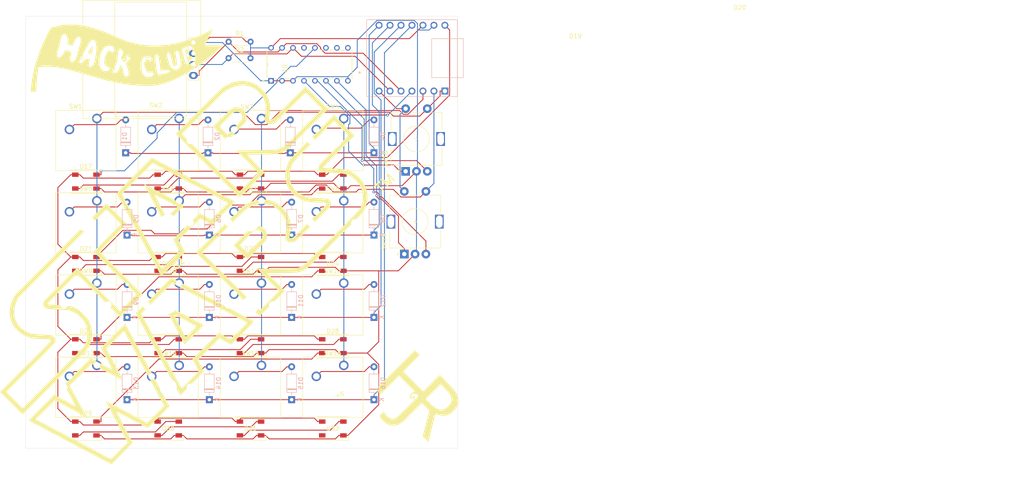
<source format=kicad_pcb>
(kicad_pcb (version 20240108) (generator "pcbnew") (generator_version "8.0")
  (layers (0 "F.Cu" signal) (31 "B.Cu" signal) (34 "B.Paste" user) (35 "F.Paste" user) (36 "B.SilkS" user "B.Silkscreen") (37 "F.SilkS" user "F.Silkscreen") (38 "B.Mask" user) (39 "F.Mask" user) (44 "Edge.Cuts" user))
  (net 0 "")
  (net 1 "Net-(Brd1-SDA)")
  (net 2 "Net-(Brd1-SCL)")
  (net 3 "GND")
  (net 4 "+3V3")
  (net 5 "Row 0")
  (net 6 "Net-(D1-A)")
  (net 7 "Net-(D2-A)")
  (net 8 "Net-(D3-A)")
  (net 9 "Row 1")
  (net 10 "Net-(D4-A)")
  (net 11 "Net-(D5-A)")
  (net 12 "Net-(D6-A)")
  (net 13 "Row 2")
  (net 14 "Net-(D7-A)")
  (net 15 "Net-(D8-A)")
  (net 16 "Net-(D9-A)")
  (net 17 "Net-(D10-A)")
  (net 18 "Net-(D11-A)")
  (net 19 "Net-(D12-A)")
  (net 20 "Row 3")
  (net 21 "Net-(D13-A)")
  (net 22 "Net-(D14-A)")
  (net 23 "Net-(D15-A)")
  (net 24 "Net-(D16-A)")
  (net 25 "Net-(D17-DOUT)")
  (net 26 "sk6812")
  (net 27 "+5V")
  (net 28 "Net-(D18-DOUT)")
  (net 29 "Net-(D19-DOUT)")
  (net 30 "Net-(D20-DOUT)")
  (net 31 "Net-(D21-DOUT)")
  (net 32 "Net-(D22-DOUT)")
  (net 33 "Net-(D23-DOUT)")
  (net 34 "Net-(D24-DOUT)")
  (net 35 "Net-(D25-DOUT)")
  (net 36 "Net-(D26-DOUT)")
  (net 37 "Net-(D27-DOUT)")
  (net 38 "Net-(D28-DOUT)")
  (net 39 "Net-(D29-DOUT)")
  (net 40 "Net-(D30-DOUT)")
  (net 41 "Net-(D31-DOUT)")
  (net 43 "Column 0")
  (net 44 "Column 1")
  (net 45 "Column 2")
  (net 46 "Column 3")
  (net 47 "encoder1a")
  (net 48 "encoder1b")
  (net 49 "Row 4")
  (net 50 "encoder2b")
  (net 51 "encoder2a")
  (footprint "LED_SMD:LED_SK6812_PLCC4_5.0x5.0mm_P3.2mm" (layer "F.Cu") (at 229.235 95.25)
    (property "Reference" "D24")
    (property "Value" "SK6812")
  )
  (footprint "Button_Switch_Keyboard:SW_Cherry_MX_1.00u_PCB" (layer "F.Cu") (at 231.775 99.695)
    (property "Reference" "SW12")
    (property "Value" "SW_Push_45deg")
  )
  (footprint "Resistor_THT:R_Axial_DIN0204_L3.6mm_D1.6mm_P5.08mm_Horizontal" (layer "F.Cu") (at 205.12 43.82)
    (property "Reference" "R1")
    (property "Value" "4.7k")
  )
  (footprint "Button_Switch_Keyboard:SW_Cherry_MX_1.00u_PCB" (layer "F.Cu") (at 193.675 118.745)
    (property "Reference" "SW14")
    (property "Value" "SW_Push_45deg")
  )
  (footprint "LOGO" (layer "F.Cu") (at 193.51625 95.25 45)
    (property "Reference" "G2")
    (property "Value" "LOGO" (hide yes))
  )
  (footprint "LED_SMD:LED_SK6812_PLCC4_5.0x5.0mm_P3.2mm" (layer "F.Cu") (at 172.085 133.35)
    (property "Reference" "D29")
    (property "Value" "SK6812")
  )
  (footprint "LED_SMD:LED_SK6812_PLCC4_5.0x5.0mm_P3.2mm" (layer "F.Cu") (at 210.185 76.2)
    (property "Reference" "D19")
    (property "Value" "SK6812")
  )
  (footprint "LED_SMD:LED_SK6812_PLCC4_5.0x5.0mm_P3.2mm" (layer "F.Cu") (at 229.235 114.3)
    (property "Reference" "D28")
    (property "Value" "SK6812")
  )
  (footprint "LED_SMD:LED_SK6812_PLCC4_5.0x5.0mm_P3.2mm" (layer "F.Cu") (at 191.135 76.2)
    (property "Reference" "D18" (hide yes))
    (property "Value" "SK6812")
  )
  (footprint "Button_Switch_Keyboard:SW_Cherry_MX_1.00u_PCB" (layer "F.Cu") (at 212.725 80.645)
    (property "Reference" "SW7")
    (property "Value" "SW_Push_45deg")
  )
  (footprint "Button_Switch_Keyboard:SW_Cherry_MX_1.00u_PCB" (layer "F.Cu") (at 174.625 61.595)
    (property "Reference" "SW1")
    (property "Value" "SW_Push_45deg")
  )
  (footprint "Rotary_Encoder:RotaryEncoder_Alps_EC11E-Switch_Vertical_H20mm" (layer "F.Cu") (at 246.1025 73.8187 90)
    (property "Reference" "SW18")
    (property "Value" "RotaryEncoder_Switch")
  )
  (footprint "Button_Switch_Keyboard:SW_Cherry_MX_1.00u_PCB" (layer "F.Cu") (at 193.675 61.595)
    (property "Reference" "SW2")
    (property "Value" "SW_Push_45deg")
  )
  (footprint "Button_Switch_Keyboard:SW_Cherry_MX_1.00u_PCB" (layer "F.Cu") (at 212.725 61.595)
    (property "Reference" "SW3")
    (property "Value" "SW_Push_45deg")
  )
  (footprint "LED_SMD:LED_SK6812_PLCC4_5.0x5.0mm_P3.2mm" (layer "F.Cu") (at 191.135 114.3)
    (property "Reference" "D26")
    (property "Value" "SK6812")
  )
  (footprint "LED_SMD:LED_SK6812_PLCC4_5.0x5.0mm_P3.2mm" (layer "F.Cu") (at 210.185 114.3)
    (property "Reference" "D27" (hide yes))
    (property "Value" "SK6812")
  )
  (footprint "Button_Switch_Keyboard:SW_Cherry_MX_1.00u_PCB" (layer "F.Cu") (at 231.775 118.745)
    (property "Reference" "SW16")
    (property "Value" "SW_Push_45deg")
  )
  (footprint "LED_SMD:LED_SK6812_PLCC4_5.0x5.0mm_P3.2mm" (layer "F.Cu") (at 229.235 133.35)
    (property "Reference" "D32")
    (property "Value" "SK6812")
  )
  (footprint "LOGO" (layer "F.Cu") (at 181.61 47.625)
    (property "Reference" "G1")
    (property "Value" "LOGO" (hide yes))
  )
  (footprint "Button_Switch_Keyboard:SW_Cherry_MX_1.00u_PCB" (layer "F.Cu") (at 174.625 118.745)
    (property "Reference" "SW13")
    (property "Value" "SW_Push_45deg")
  )
  (footprint "Button_Switch_Keyboard:SW_Cherry_MX_1.00u_PCB" (layer "F.Cu") (at 174.625 80.645)
    (property "Reference" "SW5")
    (property "Value" "SW_Push_45deg")
  )
  (footprint "LED_SMD:LED_SK6812_PLCC4_5.0x5.0mm_P3.2mm" (layer "F.Cu") (at 210.185 133.35)
    (property "Reference" "D31")
    (property "Value" "SK6812")
  )
  (footprint "LOGO" (layer "F.Cu") (at 248.285 126.20625 -45)
    (property "Reference" "G3")
    (property "Value" "LOGO" (hide yes))
  )
  (footprint "Button_Switch_Keyboard:SW_Cherry_MX_1.00u_PCB" (layer "F.Cu") (at 193.675 99.695)
    (property "Reference" "SW10")
    (property "Value" "SW_Push_45deg")
  )
  (footprint "Button_Switch_Keyboard:SW_Cherry_MX_1.00u_PCB" (layer "F.Cu") (at 212.725 99.695)
    (property "Reference" "SW11")
    (property "Value" "SW_Push_45deg")
  )
  (footprint "Button_Switch_Keyboard:SW_Cherry_MX_1.00u_PCB" (layer "F.Cu") (at 174.625 99.695)
    (property "Reference" "SW9")
    (property "Value" "SW_Push_45deg")
  )
  (footprint "LED_SMD:LED_SK6812_PLCC4_5.0x5.0mm_P3.2mm" (layer "F.Cu") (at 191.135 95.25)
    (property "Reference" "D22")
    (property "Value" "SK6812")
  )
  (footprint "Rotary_Encoder:RotaryEncoder_Alps_EC11E-Switch_Vertical_H20mm" (layer "F.Cu") (at 245.785 92.975 90)
    (property "Reference" "SW19")
    (property "Value" "RotaryEncoder_Switch")
  )
  (footprint "Resistor_THT:R_Axial_DIN0204_L3.6mm_D1.6mm_P5.08mm_Horizontal" (layer "F.Cu") (at 205.105 47.625)
    (property "Reference" "R2")
    (property "Value" "4.7k")
  )
  (footprint "Button_Switch_Keyboard:SW_Cherry_MX_1.00u_PCB" (layer "F.Cu") (at 193.675 80.645)
    (property "Reference" "SW6")
    (property "Value" "SW_Push_45deg")
  )
  (footprint "LED_SMD:LED_SK6812_PLCC4_5.0x5.0mm_P3.2mm" (layer "F.Cu") (at 210.185 95.25)
    (property "Reference" "D23")
    (property "Value" "SK6812")
  )
  (footprint "LED_SMD:LED_SK6812_PLCC4_5.0x5.0mm_P3.2mm" (layer "F.Cu") (at 172.085 114.3)
    (property "Reference" "D25")
    (property "Value" "SK6812")
  )
  (footprint "LED_SMD:LED_SK6812_PLCC4_5.0x5.0mm_P3.2mm" (layer "F.Cu") (at 172.085 95.25)
    (property "Reference" "D21")
    (property "Value" "SK6812")
  )
  (footprint "Button_Switch_Keyboard:SW_Cherry_MX_1.00u_PCB" (layer "F.Cu") (at 212.725 118.745)
    (property "Reference" "SW15")
    (property "Value" "SW_Push_45deg")
  )
  (footprint "Button_Switch_Keyboard:SW_Cherry_MX_1.00u_PCB" (layer "F.Cu") (at 231.775 61.595)
    (property "Reference" "SW4")
    (property "Value" "SW_Push_45deg")
  )
  (footprint "LED_SMD:LED_SK6812_PLCC4_5.0x5.0mm_P3.2mm" (layer "F.Cu") (at 191.135 133.35)
    (property "Reference" "D30")
    (property "Value" "SK6812")
  )
  (footprint "LED_SMD:LED_SK6812_PLCC4_5.0x5.0mm_P3.2mm" (layer "F.Cu") (at 229.235 76.2)
    (property "Reference" "D20")
    (property "Value" "SK6812")
  )
  (footprint "footprints:N16" (layer "F.Cu") (at 232.7275 45.2437 90)
    (property "Reference" "U2")
    (property "Value" "PCF8574")
  )
  (footprint "Button_Switch_Keyboard:SW_Cherry_MX_1.00u_PCB" (layer "F.Cu") (at 231.775 80.645)
    (property "Reference" "SW8")
    (property "Value" "SW_Push_45deg")
  )
  (footprint "LED_SMD:LED_SK6812_PLCC4_5.0x5.0mm_P3.2mm" (layer "F.Cu") (at 172.085 76.2)
    (property "Reference" "D17")
    (property "Value" "SK6812")
  )
  (footprint "SSD1306:128x64OLED" (layer "F.Cu") (at 186.3725 47.625 -90)
    (property "Reference" "Brd1")
    (property "Value" "SSD1306")
  )
  (footprint "Diode_THT:D_DO-35_SOD27_P7.62mm_Horizontal" (layer "B.Cu") (at 200.3425 69.5325 90)
    (property "Reference" "D2")
    (property "Value" "D" (hide yes))
  )
  (footprint "Diode_THT:D_DO-35_SOD27_P7.62mm_Horizontal" (layer "B.Cu") (at 238.76 126.6825 90)
    (property "Reference" "D16")
    (property "Value" "D")
  )
  (footprint "Diode_THT:D_DO-35_SOD27_P7.62mm_Horizontal" (layer "B.Cu") (at 200.66 126.6825 90)
    (property "Reference" "D14")
    (property "Value" "D")
  )
  (footprint "Diode_THT:D_DO-35_SOD27_P7.62mm_Horizontal" (layer "B.Cu") (at 200.66 88.5825 90)
    (property "Reference" "D6")
    (property "Value" "D")
  )
  (footprint "Diode_THT:D_DO-35_SOD27_P7.62mm_Horizontal" (layer "B.Cu") (at 238.76 88.5825 90)
    (property "Reference" "D8")
    (property "Value" "D")
  )
  (footprint "Diode_THT:D_DO-35_SOD27_P7.62mm_Horizontal" (layer "B.Cu") (at 181.61 107.6325 90)
    (property "Reference" "D9")
    (property "Value" "D")
  )
  (footprint "Diode_THT:D_DO-35_SOD27_P7.62mm_Horizontal" (layer "B.Cu") (at 200.66 107.6325 90)
    (property "Reference" "D10")
    (property "Value" "D")
  )
  (footprint "Diode_THT:D_DO-35_SOD27_P7.62mm_Horizontal" (layer "B.Cu") (at 181.61 88.5825 90)
    (property "Reference" "D5")
    (property "Value" "D")
  )
  (footprint "Diode_THT:D_DO-35_SOD27_P7.62mm_Horizontal" (layer "B.Cu") (at 238.76 107.6325 90)
    (property "Reference" "D12")
    (property "Value" "D")
  )
  (footprint "Diode_THT:D_DO-35_SOD27_P7.62mm_Horizontal" (layer "B.Cu") (at 219.71 126.6825 90)
    (property "Reference" "D15")
    (property "Value" "D")
  )
  (footprint "Diode_THT:D_DO-35_SOD27_P7.62mm_Horizontal" (layer "B.Cu") (at 219.71 88.5825 90)
    (property "Reference" "D7")
    (property "Value" "D")
  )
  (footprint "Diode_THT:D_DO-35_SOD27_P7.62mm_Horizontal" (layer "B.Cu") (at 181.61 126.6825 90)
    (property "Reference" "D13")
    (property "Value" "D")
  )
  (footprint "Diode_THT:D_DO-35_SOD27_P7.62mm_Horizontal" (layer "B.Cu") (at 181.2925 69.5325 90)
    (property "Reference" "D1")
    (property "Value" "D" (hide yes))
  )
  (footprint "Diode_THT:D_DO-35_SOD27_P7.62mm_Horizontal" (layer "B.Cu") (at 238.76 69.5325 90)
    (property "Reference" "D4")
    (property "Value" "D")
  )
  (footprint "XIAO_PCB:MOUDLE14P-2.54-21X17.8MM" (layer "B.Cu") (at 247.56 47.625)
    (property "Reference" "U1" (hide yes))
    (property "Value" "MOUDLE-SEEEDUINO-XIAO")
  )
  (footprint "Diode_THT:D_DO-35_SOD27_P7.62mm_Horizontal" (layer "B.Cu") (at 219.3925 69.5325 90)
    (property "Reference" "D3" (hide yes))
    (property "Value" "D" (hide yes))
  )
  (footprint "Diode_THT:D_DO-35_SOD27_P7.62mm_Horizontal" (layer "B.Cu") (at 219.71 107.6325 90)
    (property "Reference" "D11")
    (property "Value" "D")
  )
  (gr_rect (start 158.19375 37.90625) (end 258.19375 137.90625) (stroke (width 0.05)) (fill none) (layer "Edge.Cuts"))
  (segment (start 236.2617 46.4867) (end 227.4656 46.4867) (width 0.2) (layer "F.Cu") (net 1))
  (segment (start 217.4875 45.2437) (end 216.5309 46.2003) (width 0.2) (layer "F.Cu") (net 1))
  (segment (start 207.5003 46.2003) (end 205.12 43.82) (width 0.2) (layer "F.Cu") (net 1))
  (segment (start 216.5309 46.2003) (end 207.5003 46.2003) (width 0.2) (layer "F.Cu") (net 1))
  (segment (start 205.12 43.82) (end 198.2742 50.6658) (width 0.2) (layer "F.Cu") (net 1))
  (segment (start 226.3776 45.1229) (end 225.5249 44.2702) (width 0.2) (layer "F.Cu") (net 1))
  (segment (start 226.3776 45.3987) (end 226.3776 45.1229) (width 0.2) (layer "F.Cu") (net 1))
  (segment (start 225.5249 44.2702) (end 218.461 44.2702) (width 0.2) (layer "F.Cu") (net 1))
  (segment (start 245.02 55.245) (end 236.2617 46.4867) (width 0.2) (layer "F.Cu") (net 1))
  (segment (start 196.9725 51.625) (end 198.2742 51.625) (width 0.2) (layer "F.Cu") (net 1))
  (segment (start 218.461 44.2702) (end 217.4875 45.2437) (width 0.2) (layer "F.Cu") (net 1))
  (segment (start 198.2742 50.6658) (end 198.2742 51.625) (width 0.2) (layer "F.Cu") (net 1))
  (segment (start 227.4656 46.4867) (end 226.3776 45.3987) (width 0.2) (layer "F.Cu") (net 1))
  (segment (start 221.9823 47.1985) (end 234.4335 47.1985) (width 0.2) (layer "F.Cu") (net 2))
  (segment (start 220.0275 45.2437) (end 218.6479 46.6233) (width 0.2) (layer "F.Cu") (net 2))
  (segment (start 234.4335 47.1985) (end 242.48 55.245) (width 0.2) (layer "F.Cu") (net 2))
  (segment (start 218.6479 46.6233) (end 206.1067 46.6233) (width 0.2) (layer "F.Cu") (net 2))
  (segment (start 206.1067 46.6233) (end 205.105 47.625) (width 0.2) (layer "F.Cu") (net 2))
  (segment (start 220.0275 45.2437) (end 221.9823 47.1985) (width 0.2) (layer "F.Cu") (net 2))
  (segment (start 205.105 47.625) (end 203.645 49.085) (width 0.2) (layer "B.Cu") (net 2))
  (segment (start 203.645 49.085) (end 196.9725 49.085) (width 0.2) (layer "B.Cu") (net 2))
  (segment (start 239.8622 96.85) (end 239.8622 113.2777) (width 0.2) (layer "F.Cu") (net 3))
  (segment (start 176.3884 116.7017) (end 191.7316 116.7017) (width 0.2) (layer "F.Cu") (net 3))
  (segment (start 212.635 134.95) (end 213.6867 134.95) (width 0.2) (layer "F.Cu") (net 3))
  (segment (start 212.635 115.9) (end 213.6867 115.9) (width 0.2) (layer "F.Cu") (net 3))
  (segment (start 209.9796 77.8) (end 212.635 77.8) (width 0.2) (layer "F.Cu") (net 3))
  (segment (start 210.7816 97.6517) (end 195.4384 97.6517) (width 0.2) (layer "F.Cu") (net 3))
  (segment (start 175.0609 134.95) (end 174.535 134.95) (width 0.2) (layer "F.Cu") (net 3))
  (segment (start 192.5333 96.85) (end 191.7316 97.6517) (width 0.2) (layer "F.Cu") (net 3))
  (segment (start 232.7367 77.8) (end 233.3902 77.1465) (width 0.2) (layer "F.Cu") (net 3))
  (segment (start 231.685 134.95) (end 232.7367 134.95) (width 0.2) (layer "F.Cu") (net 3))
  (segment (start 210.7816 135.7517) (end 195.4384 135.7517) (width 0.2) (layer "F.Cu") (net 3))
  (segment (start 212.1092 134.95) (end 211.5833 134.95) (width 0.2) (layer "F.Cu") (net 3))
  (segment (start 220.0275 52.8637) (end 217.4875 52.8637) (width 0.2) (layer "F.Cu") (net 3))
  (segment (start 193.585 77.8) (end 194.6367 77.8) (width 0.2) (layer "F.Cu") (net 3))
  (segment (start 191.7316 135.7517) (end 176.3884 135.7517) (width 0.2) (layer "F.Cu") (net 3))
  (segment (start 193.585 96.85) (end 194.6367 96.85) (width 0.2) (layer "F.Cu") (net 3))
  (segment (start 211.5833 96.85) (end 210.7816 97.6517) (width 0.2) (layer "F.Cu") (net 3))
  (segment (start 229.4299 76.5966) (end 214.8901 76.5966) (width 0.2) (layer "F.Cu") (net 3))
  (segment (start 195.4384 116.7017) (end 194.6367 115.9) (width 0.2) (layer "F.Cu") (net 3))
  (segment (start 192.5333 134.95) (end 191.7316 135.7517) (width 0.2) (layer "F.Cu") (net 3))
  (segment (start 213.6867 134.95) (end 214.4884 135.7517) (width 0.2) (layer "F.Cu") (net 3))
  (segment (start 175.5867 115.9) (end 176.3884 116.7017) (width 0.2) (layer "F.Cu") (net 3))
  (segment (start 214.8901 76.5966) (end 213.6867 77.8) (width 0.2) (layer "F.Cu") (net 3))
  (segment (start 239.8617 118.5218) (end 237.2399 115.9) (width 0.2) (layer "F.Cu") (net 3))
  (segment (start 212.635 96.85) (end 213.6867 96.85) (width 0.2) (layer "F.Cu") (net 3))
  (segment (start 191.7316 116.7017) (end 192.5333 115.9) (width 0.2) (layer "F.Cu") (net 3))
  (segment (start 230.6333 96.85) (end 229.8316 96.0483) (width 0.2) (layer "F.Cu") (net 3))
  (segment (start 248.285 92.975) (end 244.41 96.85) (width 0.2) (layer "F.Cu") (net 3))
  (segment (start 244.41 96.85) (end 239.8622 96.85) (width 0.2) (layer "F.Cu") (net 3))
  (segment (start 212.635 77.8) (end 213.6867 77.8) (width 0.2) (layer "F.Cu") (net 3))
  (segment (start 175.5867 77.8) (end 176.3884 78.6017) (width 0.2) (layer "F.Cu") (net 3))
  (segment (start 193.0592 77.8) (end 192.5333 77.8) (width 0.2) (layer "F.Cu") (net 3))
  (segment (start 231.1592 77.8) (end 230.6333 77.8) (width 0.2) (layer "F.Cu") (net 3))
  (segment (start 176.3884 135.7517) (end 175.5867 134.95) (width 0.2) (layer "F.Cu") (net 3))
  (segment (start 174.535 77.8) (end 175.5867 77.8) (width 0.2) (layer "F.Cu") (net 3))
  (segment (start 193.0592 77.8) (end 193.585 77.8) (width 0.2) (layer "F.Cu") (net 3))
  (segment (start 230.6333 77.8) (end 229.4299 76.5966) (width 0.2) (layer "F.Cu") (net 3))
  (segment (start 231.685 115.9) (end 230.6333 115.9) (width 0.2) (layer "F.Cu") (net 3))
  (segment (start 176.3884 97.6517) (end 175.5867 96.85) (width 0.2) (layer "F.Cu") (net 3))
  (segment (start 211.5833 134.95) (end 210.7816 135.7517) (width 0.2) (layer "F.Cu") (net 3))
  (segment (start 195.4384 78.6017) (end 209.1779 78.6017) (width 0.2) (layer "F.Cu") (net 3))
  (segment (start 195.4384 135.7517) (end 194.6367 134.95) (width 0.2) (layer "F.Cu") (net 3))
  (segment (start 211.5833 115.9) (end 210.7816 116.7017) (width 0.2) (layer "F.Cu") (net 3))
  (segment (start 230.6333 115.9) (end 229.8316 115.0983) (width 0.2) (layer "F.Cu") (net 3))
  (segment (start 245.2747 77.1465) (end 248.6025 73.8187) (width 0.2) (layer "F.Cu") (net 3))
  (segment (start 214.4884 96.0483) (end 213.6867 96.85) (width 0.2) (layer "F.Cu") (net 3))
  (segment (start 195.4384 97.6517) (end 194.6367 96.85) (width 0.2) (layer "F.Cu") (net 3))
  (segment (start 194.6367 77.8) (end 195.4384 78.6017) (width 0.2) (layer "F.Cu") (net 3))
  (segment (start 217.4875 52.8637) (end 214.9475 52.8637) (width 0.2) (layer "F.Cu") (net 3))
  (segment (start 233.3902 77.1465) (end 245.2747 77.1465) (width 0.2) (layer "F.Cu") (net 3))
  (segment (start 191.7316 97.6517) (end 176.3884 97.6517) (width 0.2) (layer "F.Cu") (net 3))
  (segment (start 229.8316 135.7517) (end 230.6333 134.95) (width 0.2) (layer "F.Cu") (net 3))
  (segment (start 193.585 96.85) (end 192.5333 96.85) (width 0.2) (layer "F.Cu") (net 3))
  (segment (start 193.585 134.95) (end 194.6367 134.95) (width 0.2) (layer "F.Cu") (net 3))
  (segment (start 239.8622 96.85) (end 231.685 96.85) (width 0.2) (layer "F.Cu") (net 3))
  (segment (start 239.8622 113.2777) (end 237.2399 115.9) (width 0.2) (layer "F.Cu") (net 3))
  (segment (start 231.685 134.95) (end 230.6333 134.95) (width 0.2) (layer "F.Cu") (net 3))
  (segment (start 229.8316 115.0983) (end 214.4884 115.0983) (width 0.2) (layer "F.Cu") (net 3))
  (segment (start 212.635 96.85) (end 211.5833 96.85) (width 0.2) (layer "F.Cu") (net 3))
  (segment (start 214.4884 115.0983) (end 213.6867 115.9) (width 0.2) (layer "F.Cu") (net 3))
  (segment (start 191.7316 78.6017) (end 192.5333 77.8) (width 0.2) (layer "F.Cu") (net 3))
  (segment (start 193.585 134.95) (end 192.5333 134.95) (width 0.2) (layer "F.Cu") (net 3))
  (segment (start 231.685 115.9) (end 232.7367 115.9) (width 0.2) (layer "F.Cu") (net 3))
  (segment (start 175.0609 134.95) (end 175.5867 134.95) (width 0.2) (layer "F.Cu") (net 3))
  (segment (start 212.1092 134.95) (end 212.635 134.95) (width 0.2) (layer "F.Cu") (net 3))
  (segment (start 193.585 115.9) (end 192.5333 115.9) (width 0.2) (layer "F.Cu") (net 3))
  (segment (start 231.1592 77.8) (end 231.685 77.8) (width 0.2) (layer "F.Cu") (net 3))
  (segment (start 214.4884 135.7517) (end 229.8316 135.7517) (width 0.2) (layer "F.Cu") (net 3))
  (segment (start 237.2399 115.9) (end 232.7367 115.9) (width 0.2) (layer "F.Cu") (net 3))
  (segment (start 231.685 77.8) (end 232.7367 77.8) (width 0.2) (layer "F.Cu") (net 3))
  (segment (start 174.535 96.85) (end 175.5867 96.85) (width 0.2) (layer "F.Cu") (net 3))
  (segment (start 176.3884 78.6017) (end 191.7316 78.6017) (width 0.2) (layer "F.Cu") (net 3))
  (segment (start 229.8316 96.0483) (end 214.4884 96.0483) (width 0.2) (layer "F.Cu") (net 3))
  (segment (start 239.8617 127.825) (end 239.8617 118.5218) (width 0.2) (layer "F.Cu") (net 3))
  (segment (start 209.1779 78.6017) (end 209.9796 77.8) (width 0.2) (layer "F.Cu") (net 3))
  (segment (start 210.7816 116.7017) (end 195.4384 116.7017) (width 0.2) (layer "F.Cu") (net 3))
  (segment (start 193.585 115.9) (end 194.6367 115.9) (width 0.2) (layer "F.Cu") (net 3))
  (segment (start 174.535 115.9) (end 175.5867 115.9) (width 0.2) (layer "F.Cu") (net 3))
  (segment (start 232.7367 134.95) (end 239.8617 127.825) (width 0.2) (layer "F.Cu") (net 3))
  (segment (start 212.635 115.9) (end 211.5833 115.9) (width 0.2) (layer "F.Cu") (net 3))
  (segment (start 231.685 96.85) (end 230.6333 96.85) (width 0.2) (layer "F.Cu") (net 3))
  (segment (start 252.64 40.005) (end 251.5212 41.1238) (width 0.2) (layer "B.Cu") (net 3))
  (segment (start 248.83 39.6374) (end 248.0685 38.8759) (width 0.2) (layer "B.Cu") (net 3))
  (segment (start 220.9814 51.9098) (end 232.7275 51.9098) (width 0.2) (layer "B.Cu") (net 3))
  (segment (start 248.83 41.1238) (end 248.83 73.5912) (width 0.2) (layer "B.Cu") (net 3))
  (segment (start 232.7275 51.9098) (end 232.7275 52.8637) (width 0.2) (layer "B.Cu") (net 3))
  (segment (start 234.8982 49.7391) (end 232.7275 51.9098) (width 0.2) (layer "B.Cu") (net 3))
  (segment (start 196.9725 44.005) (end 203.6944 44.005) (width 0.2) (layer "B.Cu") (net 3))
  (segment (start 248.83 73.5912) (end 248.6025 73.8187) (width 0.2) (layer "B.Cu") (net 3))
  (segment (start 248.0685 38.8759) (end 239.5023 38.8759) (width 0.2) (layer "B.Cu") (net 3))
  (segment (start 248.83 41.1238) (end 248.83 39.6374) (width 0.2) (layer "B.Cu") (net 3))
  (segment (start 251.5212 41.1238) (end 248.83 41.1238) (width 0.2) (layer "B.Cu") (net 3))
  (segment (start 203.6944 44.005) (end 212.5531 52.8637) (width 0.2) (layer "B.Cu") (net 3))
  (segment (start 220.0275 52.8637) (end 220.9814 51.9098) (width 0.2) (layer "B.Cu") (net 3))
  (segment (start 248.6025 73.8187) (end 248.6025 92.6575) (width 0.2) (layer "B.Cu") (net 3))
  (segment (start 248.6025 92.6575) (end 248.285 92.975) (width 0.2) (layer "B.Cu") (net 3))
  (segment (start 234.8982 43.48) (end 234.8982 49.7391) (width 0.2) (layer "B.Cu") (net 3))
  (segment (start 239.5023 38.8759) (end 234.8982 43.48) (width 0.2) (layer "B.Cu") (net 3))
  (segment (start 212.5531 52.8637) (end 214.9475 52.8637) (width 0.2) (layer "B.Cu") (net 3))
  (segment (start 208.1963 42.818) (end 200.6995 42.818) (width 0.2) (layer "F.Cu") (net 4))
  (segment (start 217.0867 43.1045) (end 214.9475 45.2437) (width 0.2) (layer "F.Cu") (net 4))
  (segment (start 250.1 40.005) (end 247.0005 43.1045) (width 0.2) (layer "F.Cu") (net 4))
  (segment (start 209.1983 43.82) (end 208.1963 42.818) (width 0.2) (layer "F.Cu") (net 4))
  (segment (start 200.6995 42.818) (end 198.0742 45.4433) (width 0.2) (layer "F.Cu") (net 4))
  (segment (start 247.0005 43.1045) (end 217.0867 43.1045) (width 0.2) (layer "F.Cu") (net 4))
  (segment (start 210.2 43.82) (end 209.1983 43.82) (width 0.2) (layer "F.Cu") (net 4))
  (segment (start 196.9725 46.545) (end 196.9725 45.4433) (width 0.2) (layer "F.Cu") (net 4))
  (segment (start 198.0742 45.4433) (end 196.9725 45.4433) (width 0.2) (layer "F.Cu") (net 4))
  (segment (start 210.185 47.625) (end 210.185 46.6233) (width 0.2) (layer "B.Cu") (net 4))
  (segment (start 210.2 45.2437) (end 210.2 43.82) (width 0.2) (layer "B.Cu") (net 4))
  (segment (start 214.9475 45.2437) (end 210.2 45.2437) (width 0.2) (layer "B.Cu") (net 4))
  (segment (start 210.2 46.6083) (end 210.2 45.2437) (width 0.2) (layer "B.Cu") (net 4))
  (segment (start 210.185 46.6233) (end 210.2 46.6083) (width 0.2) (layer "B.Cu") (net 4))
  (segment (start 182.3942 69.5325) (end 182.5448 69.6831) (width 0.2) (layer "F.Cu") (net 5))
  (segment (start 218.1402 69.6831) (end 218.2908 69.5325) (width 0.2) (layer "F.Cu") (net 5))
  (segment (start 182.5448 69.6831) (end 199.0902 69.6831) (width 0.2) (layer "F.Cu") (net 5))
  (segment (start 238.76 69.5325) (end 219.3925 69.5325) (width 0.2) (layer "F.Cu") (net 5))
  (segment (start 199.0902 69.6831) (end 199.2408 69.5325) (width 0.2) (layer "F.Cu") (net 5))
  (segment (start 201.4442 69.5325) (end 201.5948 69.6831) (width 0.2) (layer "F.Cu") (net 5))
  (segment (start 181.2925 69.5325) (end 182.3942 69.5325) (width 0.2) (layer "F.Cu") (net 5))
  (segment (start 219.3925 69.5325) (end 218.2908 69.5325) (width 0.2) (layer "F.Cu") (net 5))
  (segment (start 201.5948 69.6831) (end 218.1402 69.6831) (width 0.2) (layer "F.Cu") (net 5))
  (segment (start 200.3425 69.5325) (end 201.4442 69.5325) (width 0.2) (layer "F.Cu") (net 5))
  (segment (start 200.3425 69.5325) (end 199.2408 69.5325) (width 0.2) (layer "F.Cu") (net 5))
  (segment (start 237.6583 67.3291) (end 238.76 68.4308) (width 0.2) (layer "B.Cu") (net 5))
  (segment (start 238.76 69.5325) (end 238.76 68.4308) (width 0.2) (layer "B.Cu") (net 5))
  (segment (start 239.94 40.005) (end 237.6583 42.2867) (width 0.2) (layer "B.Cu") (net 5))
  (segment (start 237.6583 42.2867) (end 237.6583 67.3291) (width 0.2) (layer "B.Cu") (net 5))
  (segment (start 181.2925 61.9125) (end 180.1908 61.9125) (width 0.2) (layer "F.Cu") (net 6))
  (segment (start 169.3958 63.0142) (end 168.275 64.135) (width 0.2) (layer "F.Cu") (net 6))
  (segment (start 180.1908 61.9125) (end 179.0891 63.0142) (width 0.2) (layer "F.Cu") (net 6))
  (segment (start 179.0891 63.0142) (end 169.3958 63.0142) (width 0.2) (layer "F.Cu") (net 6))
  (segment (start 200.3425 61.9125) (end 199.2408 61.9125) (width 0.2) (layer "F.Cu") (net 7))
  (segment (start 188.4458 63.0142) (end 187.325 64.135) (width 0.2) (layer "F.Cu") (net 7))
  (segment (start 198.1391 63.0142) (end 188.4458 63.0142) (width 0.2) (layer "F.Cu") (net 7))
  (segment (start 199.2408 61.9125) (end 198.1391 63.0142) (width 0.2) (layer "F.Cu") (net 7))
  (segment (start 206.4583 64.0517) (end 206.375 64.135) (width 0.2) (layer "F.Cu") (net 8))
  (segment (start 219.3925 61.9125) (end 218.2908 61.9125) (width 0.2) (layer "F.Cu") (net 8))
  (segment (start 216.1516 64.0517) (end 206.4583 64.0517) (width 0.2) (layer "F.Cu") (net 8))
  (segment (start 218.2908 61.9125) (end 216.1516 64.0517) (width 0.2) (layer "F.Cu") (net 8))
  (segment (start 238.76 88.5825) (end 219.71 88.5825) (width 0.2) (layer "F.Cu") (net 9))
  (segment (start 199.5583 88.5825) (end 199.4206 88.7202) (width 0.2) (layer "F.Cu") (net 9))
  (segment (start 182.8494 88.7202) (end 182.7117 88.5825) (width 0.2) (layer "F.Cu") (net 9))
  (segment (start 181.61 88.5825) (end 182.7117 88.5825) (width 0.2) (layer "F.Cu") (net 9))
  (segment (start 200.66 88.5825) (end 199.5583 88.5825) (width 0.2) (layer "F.Cu") (net 9))
  (segment (start 219.71 88.5825) (end 200.66 88.5825) (width 0.2) (layer "F.Cu") (net 9))
  (segment (start 199.4206 88.7202) (end 182.8494 88.7202) (width 0.2) (layer "F.Cu") (net 9))
  (segment (start 238.76 87.4808) (end 239.9938 86.247) (width 0.2) (layer "B.Cu") (net 9))
  (segment (start 238.3971 44.0879) (end 242.48 40.005) (width 0.2) (layer "B.Cu") (net 9))
  (segment (start 239.9938 86.247) (end 239.9938 60.0588) (width 0.2) (layer "B.Cu") (net 9))
  (segment (start 238.3971 58.4621) (end 238.3971 44.0879) (width 0.2) (layer "B.Cu") (net 9))
  (segment (start 239.9938 60.0588) (end 238.3971 58.4621) (width 0.2) (layer "B.Cu") (net 9))
  (segment (start 238.76 88.5825) (end 238.76 87.4808) (width 0.2) (layer "B.Cu") (net 9))
  (segment (start 225.425 64.135) (end 225.7245 63.8355) (width 0.2) (layer "F.Cu") (net 10))
  (segment (start 225.7245 63.8355) (end 235.7353 63.8355) (width 0.2) (layer "F.Cu") (net 10))
  (segment (start 238.76 61.9125) (end 237.6583 61.9125) (width 0.2) (layer "F.Cu") (net 10))
  (segment (start 235.7353 63.8355) (end 237.6583 61.9125) (width 0.2) (layer "F.Cu") (net 10))
  (segment (start 181.61 80.9625) (end 180.5083 80.9625) (width 0.2) (layer "F.Cu") (net 11))
  (segment (start 169.3958 82.0642) (end 168.275 83.185) (width 0.2) (layer "F.Cu") (net 11))
  (segment (start 180.5083 80.9625) (end 179.4066 82.0642) (width 0.2) (layer "F.Cu") (net 11))
  (segment (start 179.4066 82.0642) (end 169.3958 82.0642) (width 0.2) (layer "F.Cu") (net 11))
  (segment (start 188.4458 82.0642) (end 187.325 83.185) (width 0.2) (layer "F.Cu") (net 12))
  (segment (start 199.5583 80.9625) (end 198.4566 82.0642) (width 0.2) (layer "F.Cu") (net 12))
  (segment (start 198.4566 82.0642) (end 188.4458 82.0642) (width 0.2) (layer "F.Cu") (net 12))
  (segment (start 200.66 80.9625) (end 199.5583 80.9625) (width 0.2) (layer "F.Cu") (net 12))
  (segment (start 238.76 107.6325) (end 219.71 107.6325) (width 0.2) (layer "F.Cu") (net 13))
  (segment (start 219.71 107.6325) (end 200.66 107.6325) (width 0.2) (layer "F.Cu") (net 13))
  (segment (start 200.66 107.6325) (end 181.61 107.6325) (width 0.2) (layer "F.Cu") (net 13))
  (segment (start 238.8362 55.7898) (end 238.8362 46.1888) (width 0.2) (layer "B.Cu") (net 13))
  (segment (start 238.76 107.6325) (end 238.76 106.5308) (width 0.2) (layer "B.Cu") (net 13))
  (segment (start 240.3955 57.3491) (end 238.8362 55.7898) (width 0.2) (layer "B.Cu") (net 13))
  (segment (start 238.76 106.5308) (end 240.3955 104.8953) (width 0.2) (layer "B.Cu") (net 13))
  (segment (start 238.8362 46.1888) (end 245.02 40.005) (width 0.2) (layer "B.Cu") (net 13))
  (segment (start 240.3955 104.8953) (end 240.3955 57.3491) (width 0.2) (layer "B.Cu") (net 13))
  (segment (start 219.71 80.9625) (end 218.6083 80.9625) (width 0.2) (layer "F.Cu") (net 14))
  (segment (start 207.4958 82.0642) (end 206.375 83.185) (width 0.2) (layer "F.Cu") (net 14))
  (segment (start 218.6083 80.9625) (end 217.5066 82.0642) (width 0.2) (layer "F.Cu") (net 14))
  (segment (start 217.5066 82.0642) (end 207.4958 82.0642) (width 0.2) (layer "F.Cu") (net 14))
  (segment (start 237.6583 80.9625) (end 236.5566 82.0642) (width 0.2) (layer "F.Cu") (net 15))
  (segment (start 238.76 80.9625) (end 237.6583 80.9625) (width 0.2) (layer "F.Cu") (net 15))
  (segment (start 236.5566 82.0642) (end 226.5458 82.0642) (width 0.2) (layer "F.Cu") (net 15))
  (segment (start 226.5458 82.0642) (end 225.425 83.185) (width 0.2) (layer "F.Cu") (net 15))
  (segment (start 179.4066 101.1142) (end 169.3958 101.1142) (width 0.2) (layer "F.Cu") (net 16))
  (segment (start 181.61 100.0125) (end 180.5083 100.0125) (width 0.2) (layer "F.Cu") (net 16))
  (segment (start 169.3958 101.1142) (end 168.275 102.235) (width 0.2) (layer "F.Cu") (net 16))
  (segment (start 180.5083 100.0125) (end 179.4066 101.1142) (width 0.2) (layer "F.Cu") (net 16))
  (segment (start 199.5583 100.0125) (end 198.4566 101.1142) (width 0.2) (layer "F.Cu") (net 17))
  (segment (start 198.4566 101.1142) (end 188.4458 101.1142) (width 0.2) (layer "F.Cu") (net 17))
  (segment (start 200.66 100.0125) (end 199.5583 100.0125) (width 0.2) (layer "F.Cu") (net 17))
  (segment (start 188.4458 101.1142) (end 187.325 102.235) (width 0.2) (layer "F.Cu") (net 17))
  (segment (start 207.4958 101.1142) (end 206.375 102.235) (width 0.2) (layer "F.Cu") (net 18))
  (segment (start 219.71 100.0125) (end 218.6083 100.0125) (width 0.2) (layer "F.Cu") (net 18))
  (segment (start 218.6083 100.0125) (end 217.5066 101.1142) (width 0.2) (layer "F.Cu") (net 18))
  (segment (start 217.5066 101.1142) (end 207.4958 101.1142) (width 0.2) (layer "F.Cu") (net 18))
  (segment (start 238.76 100.0125) (end 237.6583 100.0125) (width 0.2) (layer "F.Cu") (net 19))
  (segment (start 237.6583 100.0125) (end 236.5566 101.1142) (width 0.2) (layer "F.Cu") (net 19))
  (segment (start 226.5458 101.1142) (end 225.425 102.235) (width 0.2) (layer "F.Cu") (net 19))
  (segment (start 236.5566 101.1142) (end 226.5458 101.1142) (width 0.2) (layer "F.Cu") (net 19))
  (segment (start 219.71 126.6825) (end 200.66 126.6825) (width 0.2) (layer "F.Cu") (net 20))
  (segment (start 181.61 126.6825) (end 182.7117 126.6825) (width 0.2) (layer "F.Cu") (net 20))
  (segment (start 200.66 126.6825) (end 182.7117 126.6825) (width 0.2) (layer "F.Cu") (net 20))
  (segment (start 238.76 126.6825) (end 219.71 126.6825) (width 0.2) (layer "F.Cu") (net 20))
  (segment (start 238.76 126.6825) (end 238.76 125.5808) (width 0.2) (layer "B.Cu") (net 20))
  (segment (start 238.76 125.5808) (end 241.1909 123.1499) (width 0.2) (layer "B.Cu") (net 20))
  (segment (start 241.1909 123.1499) (end 241.1909 46.3741) (width 0.2) (layer "B.Cu") (net 20))
  (segment (start 241.1909 46.3741) (end 247.56 40.005) (width 0.2) (layer "B.Cu") (net 20))
  (segment (start 179.4066 120.1642) (end 169.3958 120.1642) (width 0.2) (layer "F.Cu") (net 21))
  (segment (start 181.61 119.0625) (end 180.5083 119.0625) (width 0.2) (layer "F.Cu") (net 21))
  (segment (start 180.5083 119.0625) (end 179.4066 120.1642) (width 0.2) (layer "F.Cu") (net 21))
  (segment (start 169.3958 120.1642) (end 168.275 121.285) (width 0.2) (layer "F.Cu") (net 21))
  (segment (start 199.5583 119.0625) (end 198.4729 120.1479) (width 0.2) (layer "F.Cu") (net 22))
  (segment (start 188.4621 120.1479) (end 187.325 121.285) (width 0.2) (layer "F.Cu") (net 22))
  (segment (start 198.4729 120.1479) (end 188.4621 120.1479) (width 0.2) (layer "F.Cu") (net 22))
  (segment (start 200.66 119.0625) (end 199.5583 119.0625) (width 0.2) (layer "F.Cu") (net 22))
  (segment (start 207.4958 120.1642) (end 206.375 121.285) (width 0.2) (layer "F.Cu") (net 23))
  (segment (start 217.5066 120.1642) (end 207.4958 120.1642) (width 0.2) (layer "F.Cu") (net 23))
  (segment (start 218.6083 119.0625) (end 217.5066 120.1642) (width 0.2) (layer "F.Cu") (net 23))
  (segment (start 219.71 119.0625) (end 218.6083 119.0625) (width 0.2) (layer "F.Cu") (net 23))
  (segment (start 238.76 119.0625) (end 237.6583 119.0625) (width 0.2) (layer "F.Cu") (net 24))
  (segment (start 236.5566 120.1642) (end 226.5458 120.1642) (width 0.2) (layer "F.Cu") (net 24))
  (segment (start 226.5458 120.1642) (end 225.425 121.285) (width 0.2) (layer "F.Cu") (net 24))
  (segment (start 237.6583 119.0625) (end 236.5566 120.1642) (width 0.2) (layer "F.Cu") (net 24))
  (segment (start 193.585 74.6) (end 192.5333 74.6) (width 0.2) (layer "F.Cu") (net 25))
  (segment (start 169.635 77.8) (end 170.6867 77.8) (width 0.2) (layer "F.Cu") (net 25))
  (segment (start 192.5333 74.6) (end 190.135 76.9983) (width 0.2) (layer "F.Cu") (net 25))
  (segment (start 190.135 76.9983) (end 171.4884 76.9983) (width 0.2) (layer "F.Cu") (net 25))
  (segment (start 171.4884 76.9983) (end 170.6867 77.8) (width 0.2) (layer "F.Cu") (net 25))
  (segment (start 175.5867 74.6) (end 175.5867 73.6908) (width 0.2) (layer "F.Cu") (net 26))
  (segment (start 174.535 74.6) (end 175.5867 74.6) (width 0.2) (layer "F.Cu") (net 26))
  (via (at 175.5867 73.6908) (size 0.6) (drill 0.3) (layers "F.Cu" "B.Cu") (net 26))
  (segment (start 181.0217 73.6907) (end 175.5867 73.6907) (width 0.2) (layer "B.Cu") (net 26))
  (segment (start 190.3584 63.1107) (end 188.5833 64.8858) (width 0.2) (layer "B.Cu") (net 26))
  (segment (start 219.4925 49.5147) (end 216.2903 52.7169) (width 0.2) (layer "B.Cu") (net 26))
  (segment (start 220.8365 49.5147) (end 219.4925 49.5147) (width 0.2) (layer "B.Cu") (net 26))
  (segment (start 216.2903 53.2537) (end 209.359 60.185) (width 0.2) (layer "B.Cu") (net 26))
  (segment (start 190.3584 62.9179) (end 190.3584 63.1107) (width 0.2) (layer "B.Cu") (net 26))
  (segment (start 193.0913 60.185) (end 190.3584 62.9179) (width 0.2) (layer "B.Cu") (net 26))
  (segment (start 188.5833 66.1291) (end 181.0217 73.6907) (width 0.2) (layer "B.Cu") (net 26))
  (segment (start 209.359 60.185) (end 193.0913 60.185) (width 0.2) (layer "B.Cu") (net 26))
  (segment (start 188.5833 64.8858) (end 188.5833 66.1291) (width 0.2) (layer "B.Cu") (net 26))
  (segment (start 216.2903 52.7169) (end 216.2903 53.2537) (width 0.2) (layer "B.Cu") (net 26))
  (segment (start 175.5867 73.6907) (end 175.5867 73.6908) (width 0.2) (layer "B.Cu") (net 26))
  (segment (start 225.1075 45.2437) (end 220.8365 49.5147) (width 0.2) (layer "B.Cu") (net 26))
  (segment (start 186.8316 132.5517) (end 187.6333 131.75) (width 0.2) (layer "F.Cu") (net 27))
  (segment (start 256.2817 41.1067) (end 256.2817 56.1734) (width 0.2) (layer "F.Cu") (net 27))
  (segment (start 207.2092 131.75) (end 208.0109 130.9483) (width 0.2) (layer "F.Cu") (net 27))
  (segment (start 209.5884 111.8983) (end 224.9316 111.8983) (width 0.2) (layer "F.Cu") (net 27))
  (segment (start 207.735 93.65) (end 208.7867 93.65) (width 0.2) (layer "F.Cu") (net 27))
  (segment (start 188.685 93.65) (end 189.7367 93.65) (width 0.2) (layer "F.Cu") (net 27))
  (segment (start 190.5384 73.7983) (end 205.8816 73.7983) (width 0.2) (layer "F.Cu") (net 27))
  (segment (start 209.5884 92.8483) (end 224.9316 92.8483) (width 0.2) (layer "F.Cu") (net 27))
  (segment (start 170.6867 93.65) (end 171.4884 94.4517) (width 0.2) (layer "F.Cu") (net 27))
  (segment (start 226.785 93.65) (end 225.7333 93.65) (width 0.2) (layer "F.Cu") (net 27))
  (segment (start 188.1592 74.6) (end 188.685 74.6) (width 0.2) (layer "F.Cu") (net 27))
  (segment (start 226.785 74.6) (end 227.8367 74.6) (width 0.2) (layer "F.Cu") (net 27))
  (segment (start 170.1609 131.75) (end 169.635 131.75) (width 0.2) (layer "F.Cu") (net 27))
  (segment (start 190.5384 111.8983) (end 205.8816 111.8983) (width 0.2) (layer "F.Cu") (net 27))
  (segment (start 165.5941 96.6392) (end 168.5833 93.65) (width 0.2) (layer "F.Cu") (net 27))
  (segment (start 170.6867 112.7) (end 171.4884 113.5017) (width 0.2) (layer "F.Cu") (net 27))
  (segment (start 169.635 112.7) (end 168.5833 112.7) (width 0.2) (layer "F.Cu") (net 27))
  (segment (start 207.735 112.7) (end 208.7867 112.7) (width 0.2) (layer "F.Cu") (net 27))
  (segment (start 190.5384 92.8483) (end 205.8816 92.8483) (width 0.2) (layer "F.Cu") (net 27))
  (segment (start 188.9609 130.9483) (end 205.8816 130.9483) (width 0.2) (layer "F.Cu") (net 27))
  (segment (start 168.5833 112.7) (end 165.5941 109.7108) (width 0.2) (layer "F.Cu") (net 27))
  (segment (start 165.585 128.7517) (end 165.585 115.6983) (width 0.2) (layer "F.Cu") (net 27))
  (segment (start 224.9316 111.8983) (end 225.7333 112.7) (width 0.2) (layer "F.Cu") (net 27))
  (segment (start 188.685 112.7) (end 187.6333 112.7) (width 0.2) (layer "F.Cu") (net 27))
  (segment (start 224.9316 130.9483) (end 225.7333 131.75) (width 0.2) (layer "F.Cu") (net 27))
  (segment (start 171.4884 75.4017) (end 170.6867 74.6) (width 0.2) (layer "F.Cu") (net 27))
  (segment (start 171.4884 132.5517) (end 186.8316 132.5517) (width 0.2) (layer "F.Cu") (net 27))
  (segment (start 241.8209 70.6342) (end 231.8025 70.6342) (width 0.2) (layer "F.Cu") (net 27))
  (segment (start 168.5833 131.75) (end 165.585 128.7517) (width 0.2) (layer "F.Cu") (net 27))
  (segment (start 207.2092 112.7) (end 207.735 112.7) (width 0.2) (layer "F.Cu") (net 27))
  (segment (start 208.7867 112.7) (end 209.5884 111.8983) (width 0.2) (layer "F.Cu") (net 27))
  (segment (start 188.685 93.65) (end 187.6333 93.65) (width 0.2) (layer "F.Cu") (net 27))
  (segment (start 165.5941 109.7108) (end 165.5941 96.6392) (width 0.2) (layer "F.Cu") (net 27))
  (segment (start 207.2092 131.75) (end 206.6833 131.75) (width 0.2) (layer "F.Cu") (net 27))
  (segment (start 168.5833 74.6) (end 165.5941 77.5892) (width 0.2) (layer "F.Cu") (net 27))
  (segment (start 255.18 40.005) (end 256.2817 41.1067) (width 0.2) (layer "F.Cu") (net 27))
  (segment (start 165.5941 77.5892) (end 165.5941 90.6608) (width 0.2) (layer "F.Cu") (net 27))
  (segment (start 207.2092 112.7) (end 206.6833 112.7) (width 0.2) (layer "F.Cu") (net 27))
  (segment (start 186.8316 94.4517) (end 187.6333 93.65) (width 0.2) (layer "F.Cu") (net 27))
  (segment (start 169.635 131.75) (end 168.5833 131.75) (width 0.2) (layer "F.Cu") (net 27))
  (segment (start 208.7867 74.6) (end 209.5884 73.7983) (width 0.2) (layer "F.Cu") (net 27))
  (segment (start 188.1592 131.75) (end 187.6333 131.75) (width 0.2) (layer "F.Cu") (net 27))
  (segment (start 189.7367 112.7) (end 190.5384 111.8983) (width 0.2) (layer "F.Cu") (net 27))
  (segment (start 189.7367 74.6) (end 190.5384 73.7983) (width 0.2) (layer "F.Cu") (net 27))
  (segment (start 186.8316 113.5017) (end 187.6333 112.7) (width 0.2) (layer "F.Cu") (net 27))
  (segment (start 188.1592 131.75) (end 188.9609 130.9483) (width 0.2) (layer "F.Cu") (net 27))
  (segment (start 188.685 112.7) (end 189.7367 112.7) (width 0.2) (layer "F.Cu") (net 27))
  (segment (start 169.635 74.6) (end 170.6867 74.6) (width 0.2) (layer "F.Cu") (net 27))
  (segment (start 205.8816 92.8483) (end 206.6833 93.65) (width 0.2) (layer "F.Cu") (net 27))
  (segment (start 186.8316 75.4017) (end 171.4884 75.4017) (width 0.2) (layer "F.Cu") (net 27))
  (segment (start 165.5941 90.6608) (end 168.5833 93.65) (width 0.2) (layer "F.Cu") (net 27))
  (segment (start 205.8816 73.7983) (end 206.6833 74.6) (width 0.2) (layer "F.Cu") (net 27))
  (segment (start 205.8816 130.9483) (end 206.6833 131.75) (width 0.2) (layer "F.Cu") (net 27))
  (segment (start 170.1609 131.75) (end 170.6867 131.75) (width 0.2) (layer "F.Cu") (net 27))
  (segment (start 187.6333 74.6) (end 186.8316 75.4017) (width 0.2) (layer "F.Cu") (net 27))
  (segment (start 224.9316 92.8483) (end 225.7333 93.65) (width 0.2) (layer "F.Cu") (net 27))
  (segment (start 209.5884 73.7983) (end 224.9316 73.7983) (width 0.2) (layer "F.Cu") (net 27))
  (segment (start 169.635 74.6) (end 168.5833 74.6) (width 0.2) (layer "F.Cu") (net 27))
  (segment (start 207.2092 74.6) (end 207.735 74.6) (width 0.2) (layer "F.Cu") (net 27))
  (segment (start 208.7867 93.65) (end 209.5884 92.8483) (width 0.2) (layer "F.Cu") (net 27))
  (segment (start 188.685 131.75) (end 188.1592 131.75) (width 0.2) (layer "F.Cu") (net 27))
  (segment (start 256.2817 56.1734) (end 241.8209 70.6342) (width 0.2) (layer "F.Cu") (net 27))
  (segment (start 188.1592 74.6) (end 187.6333 74.6) (width 0.2) (layer "F.Cu") (net 27))
  (segment (start 207.735 93.65) (end 206.6833 93.65) (width 0.2) (layer "F.Cu") (net 27))
  (segment (start 226.785 74.6) (end 225.7333 74.6) (width 0.2) (layer "F.Cu") (net 27))
  (segment (start 170.6867 131.75) (end 171.4884 132.5517) (width 0.2) (layer "F.Cu") (net 27))
  (segment (start 189.7367 93.65) (end 190.5384 92.8483) (width 0.2) (layer "F.Cu") (net 27))
  (segment (start 205.8816 111.8983) (end 206.6833 112.7) (width 0.2) (layer "F.Cu") (net 27))
  (segment (start 169.635 93.65) (end 170.6867 93.65) (width 0.2) (layer "F.Cu") (net 27))
  (segment (start 226.785 131.75) (end 225.7333 131.75) (width 0.2) (layer "F.Cu") (net 27))
  (segment (start 188.685 74.6) (end 189.7367 74.6) (width 0.2) (layer "F.Cu") (net 27))
  (segment (start 207.2092 74.6) (end 206.6833 74.6) (width 0.2) (layer "F.Cu") (net 27))
  (segment (start 165.585 115.6983) (end 168.5833 112.7) (width 0.2) (layer "F.Cu") (net 27))
  (segment (start 171.4884 113.5017) (end 186.8316 113.5017) (width 0.2) (layer "F.Cu") (net 27))
  (segment (start 226.785 112.7) (end 225.7333 112.7) (width 0.2) (layer "F.Cu") (net 27))
  (segment (start 207.735 131.75) (end 207.2092 131.75) (width 0.2) (layer "F.Cu") (net 27))
  (segment (start 169.635 93.65) (end 168.5833 93.65) (width 0.2) (layer "F.Cu") (net 27))
  (segment (start 169.635 112.7) (end 170.6867 112.7) (width 0.2) (layer "F.Cu") (net 27))
  (segment (start 224.9316 73.7983) (end 225.7333 74.6) (width 0.2) (layer "F.Cu") (net 27))
  (segment (start 231.8025 70.6342) (end 227.8367 74.6) (width 0.2) (layer "F.Cu") (net 27))
  (segment (start 207.735 74.6) (end 208.7867 74.6) (width 0.2) (layer "F.Cu") (net 27))
  (segment (start 171.4884 94.4517) (end 186.8316 94.4517) (width 0.2) (layer "F.Cu") (net 27))
  (segment (start 208.0109 130.9483) (end 224.9316 130.9483) (width 0.2) (layer "F.Cu") (net 27))
  (segment (start 211.5833 74.6) (end 210.7816 75.4017) (width 0.2) (layer "F.Cu") (net 28))
  (segment (start 191.0752 77.8) (end 188.685 77.8) (width 0.2) (layer "F.Cu") (net 28))
  (segment (start 193.4735 75.4017) (end 191.0752 77.8) (width 0.2) (layer "F.Cu") (net 28))
  (segment (start 212.635 74.6) (end 211.5833 74.6) (width 0.2) (layer "F.Cu") (net 28))
  (segment (start 210.7816 75.4017) (end 193.4735 75.4017) (width 0.2) (layer "F.Cu") (net 28))
  (segment (start 231.685 74.6) (end 230.6333 74.6) (width 0.2) (layer "F.Cu") (net 29))
  (segment (start 230.6333 74.6) (end 229.1215 76.1118) (width 0.2) (layer "F.Cu") (net 29))
  (segment (start 207.735 77.8) (end 208.7867 77.8) (width 0.2) (layer "F.Cu") (net 29))
  (segment (start 210.4749 76.1118) (end 208.7867 77.8) (width 0.2) (layer "F.Cu") (net 29))
  (segment (start 229.1215 76.1118) (end 210.4749 76.1118) (width 0.2) (layer "F.Cu") (net 29))
  (segment (start 225.7333 77.8) (end 224.29 79.2433) (width 0.2) (layer "F.Cu") (net 30))
  (segment (start 180.6447 87.4808) (end 175.5867 92.5388) (width 0.2) (layer "F.Cu") (net 30))
  (segment (start 175.5867 92.5388) (end 175.5867 93.65) (width 0.2) (layer "F.Cu") (net 30))
  (segment (start 226.785 77.8) (end 225.7333 77.8) (width 0.2) (layer "F.Cu") (net 30))
  (segment (start 193.5852 88.2823) (end 187.9918 88.2823) (width 0.2) (layer "F.Cu") (net 30))
  (segment (start 187.9918 88.2823) (end 187.1903 87.4808) (width 0.2) (layer "F.Cu") (net 30))
  (segment (start 200.1358 87.1735) (end 194.694 87.1735) (width 0.2) (layer "F.Cu") (net 30))
  (segment (start 174.535 93.65) (end 175.5867 93.65) (width 0.2) (layer "F.Cu") (net 30))
  (segment (start 224.29 79.2433) (end 212.1444 79.2433) (width 0.2) (layer "F.Cu") (net 30))
  (segment (start 209.7429 81.6448) (end 205.6645 81.6448) (width 0.2) (layer "F.Cu") (net 30))
  (segment (start 187.1903 87.4808) (end 180.6447 87.4808) (width 0.2) (layer "F.Cu") (net 30))
  (segment (start 205.6645 81.6448) (end 200.1358 87.1735) (width 0.2) (layer "F.Cu") (net 30))
  (segment (start 212.1444 79.2433) (end 209.7429 81.6448) (width 0.2) (layer "F.Cu") (net 30))
  (segment (start 194.694 87.1735) (end 193.5852 88.2823) (width 0.2) (layer "F.Cu") (net 30))
  (segment (start 169.635 96.85) (end 170.6867 96.85) (width 0.2) (layer "F.Cu") (net 31))
  (segment (start 170.6867 96.85) (end 172.1153 95.4214) (width 0.2) (layer "F.Cu") (net 31))
  (segment (start 172.1153 95.4214) (end 190.7619 95.4214) (width 0.2) (layer "F.Cu") (net 31))
  (segment (start 193.585 93.65) (end 192.5333 93.65) (width 0.2) (layer "F.Cu") (net 31))
  (segment (start 190.7619 95.4214) (end 192.5333 93.65) (width 0.2) (layer "F.Cu") (net 31))
  (segment (start 210.3901 93.65) (end 212.635 93.65) (width 0.2) (layer "F.Cu") (net 32))
  (segment (start 190.953 96.85) (end 191.9814 95.8216) (width 0.2) (layer "F.Cu") (net 32))
  (segment (start 191.9814 95.8216) (end 208.2185 95.8216) (width 0.2) (layer "F.Cu") (net 32))
  (segment (start 208.2185 95.8216) (end 210.3901 93.65) (width 0.2) (layer "F.Cu") (net 32))
  (segment (start 189.7367 96.85) (end 190.953 96.85) (width 0.2) (layer "F.Cu") (net 32))
  (segment (start 188.685 96.85) (end 189.7367 96.85) (width 0.2) (layer "F.Cu") (net 32))
  (segment (start 208.7867 96.85) (end 210.7833 94.8534) (width 0.2) (layer "F.Cu") (net 33))
  (segment (start 229.4299 94.8534) (end 230.6333 93.65) (width 0.2) (layer "F.Cu") (net 33))
  (segment (start 231.685 93.65) (end 230.6333 93.65) (width 0.2) (layer "F.Cu") (net 33))
  (segment (start 207.735 96.85) (end 208.7867 96.85) (width 0.2) (layer "F.Cu") (net 33))
  (segment (start 210.7833 94.8534) (end 229.4299 94.8534) (width 0.2) (layer "F.Cu") (net 33))
  (segment (start 188.979 98.2342) (end 224.3491 98.2342) (width 0.2) (layer "F.Cu") (net 34))
  (segment (start 224.3491 98.2342) (end 225.7333 96.85) (width 0.2) (layer "F.Cu") (net 34))
  (segment (start 226.785 96.85) (end 225.7333 96.85) (width 0.2) (layer "F.Cu") (net 34))
  (segment (start 175.5867 111.6265) (end 188.979 98.2342) (width 0.2) (layer "F.Cu") (net 34))
  (segment (start 174.535 112.7) (end 175.5867 112.7) (width 0.2) (layer "F.Cu") (net 34))
  (segment (start 175.5867 112.7) (end 175.5867 111.6265) (width 0.2) (layer "F.Cu") (net 34))
  (segment (start 169.635 115.9) (end 170.6867 115.9) (width 0.2) (layer "F.Cu") (net 35))
  (segment (start 172.6833 113.9034) (end 170.6867 115.9) (width 0.2) (layer "F.Cu") (net 35))
  (segment (start 191.3299 113.9034) (end 172.6833 113.9034) (width 0.2) (layer "F.Cu") (net 35))
  (segment (start 193.585 112.7) (end 192.5333 112.7) (width 0.2) (layer "F.Cu") (net 35))
  (segment (start 192.5333 112.7) (end 191.3299 113.9034) (width 0.2) (layer "F.Cu") (net 35))
  (segment (start 210.2241 112.7) (end 207.8258 115.0983) (width 0.2) (layer "F.Cu") (net 36))
  (segment (start 207.8258 115.0983) (end 190.5384 115.0983) (width 0.2) (layer "F.Cu") (net 36))
  (segment (start 212.635 112.7) (end 210.2241 112.7) (width 0.2) (layer "F.Cu") (net 36))
  (segment (start 190.5384 115.0983) (end 189.7367 115.9) (width 0.2) (layer "F.Cu") (net 36))
  (segment (start 188.685 115.9) (end 189.7367 115.9) (width 0.2) (layer "F.Cu") (net 36))
  (segment (start 231.685 112.7) (end 230.6333 112.7) (width 0.2) (layer "F.Cu") (net 37))
  (segment (start 208.7867 115.9) (end 210.7833 113.9034) (width 0.2) (layer "F.Cu") (net 37))
  (segment (start 229.4299 113.9034) (end 230.6333 112.7) (width 0.2) (layer "F.Cu") (net 37))
  (segment (start 207.735 115.9) (end 208.7867 115.9) (width 0.2) (layer "F.Cu") (net 37))
  (segment (start 210.7833 113.9034) (end 229.4299 113.9034) (width 0.2) (layer "F.Cu") (net 37))
  (segment (start 224.3491 117.2842) (end 225.7333 115.9) (width 0.2) (layer "F.Cu") (net 38))
  (segment (start 174.535 131.75) (end 175.5867 131.75) (width 0.2) (layer "F.Cu") (net 38))
  (segment (start 188.956 117.2842) (end 224.3491 117.2842) (width 0.2) (layer "F.Cu") (net 38))
  (segment (start 175.5867 131.75) (end 175.5867 130.6535) (width 0.2) (layer "F.Cu") (net 38))
  (segment (start 226.785 115.9) (end 225.7333 115.9) (width 0.2) (layer "F.Cu") (net 38))
  (segment (start 175.5867 130.6535) (end 188.956 117.2842) (width 0.2) (layer "F.Cu") (net 38))
  (segment (start 170.6867 134.95) (end 171.4884 134.1483) (width 0.2) (layer "F.Cu") (net 39))
  (segment (start 190.5738 131.75) (end 193.585 131.75) (width 0.2) (layer "F.Cu") (net 39))
  (segment (start 171.4884 134.1483) (end 188.1755 134.1483) (width 0.2) (layer "F.Cu") (net 39))
  (segment (start 169.635 134.95) (end 170.6867 134.95) (width 0.2) (layer "F.Cu") (net 39))
  (segment (start 188.1755 134.1483) (end 190.5738 131.75) (width 0.2) (layer "F.Cu") (net 39))
  (segment (start 188.685 134.95) (end 189.7367 134.95) (width 0.2) (layer "F.Cu") (net 40))
  (segment (start 191.7333 132.9534) (end 210.3799 132.9534) (width 0.2) (layer "F.Cu") (net 40))
  (segment (start 210.3799 132.9534) (end 211.5833 131.75) (width 0.2) (layer "F.Cu") (net 40))
  (segment (start 212.635 131.75) (end 211.5833 131.75) (width 0.2) (layer "F.Cu") (net 40))
  (segment (start 189.7367 134.95) (end 191.7333 132.9534) (width 0.2) (layer "F.Cu") (net 40))
  (segment (start 230.6333 131.75) (end 228.6367 133.7466) (width 0.2) (layer "F.Cu") (net 41))
  (segment (start 231.685 131.75) (end 230.6333 131.75) (width 0.2) (layer "F.Cu") (net 41))
  (segment (start 209.9901 133.7466) (end 208.7867 134.95) (width 0.2) (layer "F.Cu") (net 41))
  (segment (start 207.735 134.95) (end 208.7867 134.95) (width 0.2) (layer "F.Cu") (net 41))
  (segment (start 228.6367 133.7466) (end 209.9901 133.7466) (width 0.2) (layer "F.Cu") (net 41))
  (segment (start 208.4644 60.1567) (end 176.0633 60.1567) (width 0.2) (layer "F.Cu") (net 43))
  (segment (start 176.0633 60.1567) (end 174.625 61.595) (width 0.2) (layer "F.Cu") (net 43))
  (segment (start 249.3728 61.0484) (end 243.2577 61.0484) (width 0.2) (layer "F.Cu") (net 43))
  (segment (start 251.1025 59.3187) (end 249.3728 61.0484) (width 0.2) (layer "F.Cu") (net 43))
  (segment (start 213.9317 63.0047) (end 211.3124 63.0047) (width 0.2) (layer "F.Cu") (net 43))
  (segment (start 216.7819 60.1545) (end 213.9317 63.0047) (width 0.2) (layer "F.Cu") (net 43))
  (segment (start 242.3638 60.1545) (end 216.7819 60.1545) (width 0.2) (layer "F.Cu") (net 43))
  (segment (start 211.3124 63.0047) (end 208.4644 60.1567) (width 0.2) (layer "F.Cu") (net 43))
  (segment (start 243.2577 61.0484) (end 242.3638 60.1545) (width 0.2) (layer "F.Cu") (net 43))
  (segment (start 254.0783 55.245) (end 254.0783 56.3429) (width 0.2) (layer "F.Cu") (net 43))
  (segment (start 255.18 55.245) (end 254.0783 55.245) (width 0.2) (layer "F.Cu") (net 43))
  (segment (start 254.0783 56.3429) (end 251.1025 59.3187) (width 0.2) (layer "F.Cu") (net 43))
  (segment (start 174.639 99.695) (end 174.639 118.731) (width 0.2) (layer "B.Cu") (net 43))
  (segment (start 174.639 61.609) (end 174.625 61.595) (width 0.2) (layer "B.Cu") (net 43))
  (segment (start 174.639 118.731) (end 174.625 118.745) (width 0.2) (layer "B.Cu") (net 43))
  (segment (start 174.639 80.645) (end 174.639 99.695) (width 0.2) (layer "B.Cu") (net 43))
  (segment (start 174.639 80.645) (end 174.639 61.609) (width 0.2) (layer "B.Cu") (net 43))
  (segment (start 174.625 80.645) (end 174.639 80.645) (width 0.2) (layer "B.Cu") (net 43))
  (segment (start 174.625 99.695) (end 174.639 99.695) (width 0.2) (layer "B.Cu") (net 43))
  (segment (start 210.0729 79.2347) (end 195.0853 79.2347) (width 0.2) (layer "F.Cu") (net 44))
  (segment (start 227.742 76.9983) (end 225.3421 76.9983) (width 0.2) (layer "F.Cu") (net 44))
  (segment (start 235.2148 77.995) (end 234.6081 78.6017) (width 0.2) (layer "F.Cu") (net 44))
  (segment (start 195.0853 79.2347) (end 193.675 80.645) (width 0.2) (layer "F.Cu") (net 44))
  (segment (start 210.7059 78.6017) (end 210.0729 79.2347) (width 0.2) (layer "F.Cu") (net 44))
  (segment (start 223.7387 78.6017) (end 210.7059 78.6017) (width 0.2) (layer "F.Cu") (net 44))
  (segment (start 245.0233 79.7835) (end 243.2348 77.995) (width 0.2) (layer "F.Cu") (net 44))
  (segment (start 250.785 78.475) (end 249.4765 79.7835) (width 0.2) (layer "F.Cu") (net 44))
  (segment (start 225.3421 76.9983) (end 223.7387 78.6017) (width 0.2) (layer "F.Cu") (net 44))
  (segment (start 229.3454 78.6017) (end 227.742 76.9983) (width 0.2) (layer "F.Cu") (net 44))
  (segment (start 243.2348 77.995) (end 235.2148 77.995) (width 0.2) (layer "F.Cu") (net 44))
  (segment (start 249.4765 79.7835) (end 245.0233 79.7835) (width 0.2) (layer "F.Cu") (net 44))
  (segment (start 234.6081 78.6017) (end 229.3454 78.6017) (width 0.2) (layer "F.Cu") (net 44))
  (segment (start 193.698 99.695) (end 193.675 99.695) (width 0.2) (layer "B.Cu") (net 44))
  (segment (start 193.698 61.618) (end 193.698 80.645) (width 0.2) (layer "B.Cu") (net 44))
  (segment (start 193.698 118.722) (end 193.675 118.745) (width 0.2) (layer "B.Cu") (net 44))
  (segment (start 252.64 76.62) (end 250.785 78.475) (width 0.2) (layer "B.Cu") (net 44))
  (segment (start 193.698 99.695) (end 193.698 118.722) (width 0.2) (layer "B.Cu") (net 44))
  (segment (start 252.64 55.245) (end 252.64 76.62) (width 0.2) (layer "B.Cu") (net 44))
  (segment (start 193.675 61.595) (end 193.698 61.618) (width 0.2) (layer "B.Cu") (net 44))
  (segment (start 193.698 80.645) (end 193.675 80.645) (width 0.2) (layer "B.Cu") (net 44))
  (segment (start 193.698 80.645) (end 193.698 99.695) (width 0.2) (layer "B.Cu") (net 44))
  (segment (start 245.5757 60.6328) (end 244.6956 59.7527) (width 0.2) (layer "F.Cu") (net 45))
  (segment (start 214.5673 59.7527) (end 212.725 61.595) (width 0.2) (layer "F.Cu") (net 45))
  (segment (start 250.1 55.245) (end 250.1 57.1721) (width 0.2) (layer "F.Cu") (net 45))
  (segment (start 250.1 57.1721) (end 246.6393 60.6328) (width 0.2) (layer "F.Cu") (net 45))
  (segment (start 244.6956 59.7527) (end 214.5673 59.7527) (width 0.2) (layer "F.Cu") (net 45))
  (segment (start 246.6393 60.6328) (end 245.5757 60.6328) (width 0.2) (layer "F.Cu") (net 45))
  (segment (start 212.7504 99.695) (end 212.7504 80.6704) (width 0.2) (layer "B.Cu") (net 45))
  (segment (start 212.7504 118.7196) (end 212.7504 99.695) (width 0.2) (layer "B.Cu") (net 45))
  (segment (start 212.725 118.745) (end 212.7504 118.7196) (width 0.2) (layer "B.Cu") (net 45))
  (segment (start 212.7367 80.6333) (end 212.725 80.645) (width 0.2) (layer "B.Cu") (net 45))
  (segment (start 212.7504 80.6704) (end 212.725 80.645) (width 0.2) (layer "B.Cu") (net 45))
  (segment (start 212.725 61.595) (end 212.7367 61.6067) (width 0.2) (layer "B.Cu") (net 45))
  (segment (start 212.7367 61.6067) (end 212.7367 80.6333) (width 0.2) (layer "B.Cu") (net 45))
  (segment (start 212.7504 99.695) (end 212.725 99.695) (width 0.2) (layer "B.Cu") (net 45))
  (segment (start 231.775 61.595) (end 232.5674 60.8026) (width 0.2) (layer "F.Cu") (net 46))
  (segment (start 232.5674 60.8026) (end 241.8757 60.8026) (width 0.2) (layer "F.Cu") (net 46))
  (via (at 241.8757 60.8026) (size 0.6) (drill 0.3) (layers "F.Cu" "B.Cu") (net 46))
  (segment (start 231.788 61.608) (end 231.775 61.595) (width 0.2) (layer "B.Cu") (net 46))
  (segment (start 231.788 80.645) (end 231.788 99.695) (width 0.2) (layer "B.Cu") (net 46))
  (segment (start 231.788 99.695) (end 231.788 118.732) (width 0.2) (layer "B.Cu") (net 46))
  (segment (start 231.788 99.695) (end 231.775 99.695) (width 0.2) (layer "B.Cu") (net 46))
  (segment (start 231.788 80.645) (end 231.788 61.608) (width 0.2) (layer "B.Cu") (net 46))
  (segment (start 242.0025 60.8025) (end 241.8757 60.8025) (width 0.2) (layer "B.Cu") (net 46))
  (segment (start 247.56 55.245) (end 242.0025 60.8025) (width 0.2) (layer "B.Cu") (net 46))
  (segment (start 231.788 118.732) (end 231.775 118.745) (width 0.2) (layer "B.Cu") (net 46))
  (segment (start 241.8757 60.8025) (end 241.8757 60.8026) (width 0.2) (layer "B.Cu") (net 46))
  (segment (start 231.775 80.645) (end 231.788 80.645) (width 0.2) (layer "B.Cu") (net 46))
  (segment (start 236.3484 72.3457) (end 243.3278 72.3457) (width 0.2) (layer "F.Cu") (net 47))
  (segment (start 246.1025 73.8187) (end 244.8008 73.8187) (width 0.2) (layer "F.Cu") (net 47))
  (segment (start 243.3278 72.3457) (end 244.8008 73.8187) (width 0.2) (layer "F.Cu") (net 47))
  (via (at 236.3484 72.3457) (size 0.6) (drill 0.3) (layers "F.Cu" "B.Cu") (net 47))
  (segment (start 232.8969 69.1369) (end 236.1057 72.3457) (width 0.2) (layer "B.Cu") (net 47))
  (segment (start 222.5675 52.8637) (end 228.5084 58.8046) (width 0.2) (layer "B.Cu") (net 47))
  (segment (start 228.5084 58.8046) (end 231.0024 58.8046) (width 0.2) (layer "B.Cu") (net 47))
  (segment (start 233.1891 60.9913) (end 233.1891 62.7209) (width 0.2) (layer "B.Cu") (net 47))
  (segment (start 236.1057 72.3457) (end 236.3484 72.3457) (width 0.2) (layer "B.Cu") (net 47))
  (segment (start 232.8969 63.0131) (end 232.8969 69.1369) (width 0.2) (layer "B.Cu") (net 47))
  (segment (start 231.0024 58.8046) (end 233.1891 60.9913) (width 0.2) (layer "B.Cu") (net 47))
  (segment (start 233.1891 62.7209) (end 232.8969 63.0131) (width 0.2) (layer "B.Cu") (net 47))
  (segment (start 248.6355 71.3517) (end 236.0134 71.3517) (width 0.2) (layer "F.Cu") (net 48))
  (segment (start 251.1025 73.8187) (end 248.6355 71.3517) (width 0.2) (layer "F.Cu") (net 48))
  (via (at 236.0134 71.3517) (size 0.6) (drill 0.3) (layers "F.Cu" "B.Cu") (net 48))
  (segment (start 236.0134 71.3517) (end 236.0134 63.2101) (width 0.2) (layer "B.Cu") (net 48))
  (segment (start 236.0134 63.2101) (end 225.667 52.8637) (width 0.2) (layer "B.Cu") (net 48))
  (segment (start 225.667 52.8637) (end 225.1075 52.8637) (width 0.2) (layer "B.Cu") (net 48))
  (segment (start 244.0137 59.3187) (end 239.94 55.245) (width 0.2) (layer "F.Cu") (net 49))
  (segment (start 246.1025 59.3187) (end 244.0137 59.3187) (width 0.2) (layer "F.Cu") (net 49))
  (segment (start 244.8008 60.6204) (end 244.8008 77.4908) (width 0.2) (layer "B.Cu") (net 49))
  (segment (start 246.1025 59.3187) (end 244.8008 60.6204) (width 0.2) (layer "B.Cu") (net 49))
  (segment (start 244.8008 77.4908) (end 245.785 78.475) (width 0.2) (layer "B.Cu") (net 49))
  (segment (start 239.9938 79.6828) (end 239.9938 79.1844) (width 0.2) (layer "F.Cu") (net 50))
  (segment (start 239.9633 79.7133) (end 239.9938 79.6828) (width 0.2) (layer "F.Cu") (net 50))
  (segment (start 240.0855 79.8356) (end 239.9633 79.7134) (width 0.2) (layer "F.Cu") (net 50))
  (segment (start 239.9633 79.7134) (end 239.9633 79.7133) (width 0.2) (layer "F.Cu") (net 50))
  (segment (start 250.785 89.9692) (end 240.5348 79.719) (width 0.2) (layer "F.Cu") (net 50))
  (segment (start 240.0856 79.8356) (end 240.0855 79.8356) (width 0.2) (layer "F.Cu") (net 50))
  (segment (start 239.4061 78.5967) (end 238.7137 78.5967) (width 0.2) (layer "F.Cu") (net 50))
  (segment (start 239.9938 79.1844) (end 239.4061 78.5967) (width 0.2) (layer "F.Cu") (net 50))
  (segment (start 250.785 92.975) (end 250.785 89.9692) (width 0.2) (layer "F.Cu") (net 50))
  (segment (start 240.5348 79.719) (end 240.2022 79.719) (width 0.2) (layer "F.Cu") (net 50))
  (segment (start 240.2022 79.719) (end 240.0856 79.8356) (width 0.2) (layer "F.Cu") (net 50))
  (via (at 238.7137 78.5967) (size 0.6) (drill 0.3) (layers "F.Cu" "B.Cu") (net 50))
  (segment (start 238.7137 73.2011) (end 238.7137 78.5967) (width 0.2) (layer "B.Cu") (net 50))
  (segment (start 227.6475 52.8637) (end 236.5216 61.7378) (width 0.2) (layer "B.Cu") (net 50))
  (segment (start 236.5216 61.7378) (end 236.5216 71.009) (width 0.2) (layer "B.Cu") (net 50))
  (segment (start 236.5216 71.009) (end 238.7137 73.2011) (width 0.2) (layer "B.Cu") (net 50))
  (segment (start 239.944 80.2621) (end 240.2271 80.2621) (width 0.2) (layer "F.Cu") (net 51))
  (segment (start 240.4098 80.162) (end 244.4385 84.1907) (width 0.2) (layer "F.Cu") (net 51))
  (segment (start 240.3272 80.162) (end 240.4098 80.162) (width 0.2) (layer "F.Cu") (net 51))
  (segment (start 245.785 92.975) (end 245.785 91.6733) (width 0.2) (layer "F.Cu") (net 51))
  (segment (start 244.4385 90.3268) (end 245.785 91.6733) (width 0.2) (layer "F.Cu") (net 51))
  (segment (start 240.2271 80.2621) (end 240.3272 80.162) (width 0.2) (layer "F.Cu") (net 51))
  (segment (start 239.3921 79.4336) (end 239.3921 79.7102) (width 0.2) (layer "F.Cu") (net 51))
  (segment (start 244.4385 84.1907) (end 244.4385 90.3268) (width 0.2) (layer "F.Cu") (net 51))
  (segment (start 239.3921 79.7102) (end 239.944 80.2621) (width 0.2) (layer "F.Cu") (net 51))
  (via (at 239.3921 79.4336) (size 0.6) (drill 0.3) (layers "F.Cu" "B.Cu") (net 51))
  (segment (start 236.9484 59.6246) (end 236.9484 70.1667) (width 0.2) (layer "B.Cu") (net 51))
  (segment (start 239.3921 72.6104) (end 239.3921 79.4336) (width 0.2) (layer "B.Cu") (net 51))
  (segment (start 230.1875 52.8637) (end 236.9484 59.6246) (width 0.2) (layer "B.Cu") (net 51))
  (segment (start 236.9484 70.1667) (end 239.3921 72.6104) (width 0.2) (layer "B.Cu") (net 51))
)
</source>
